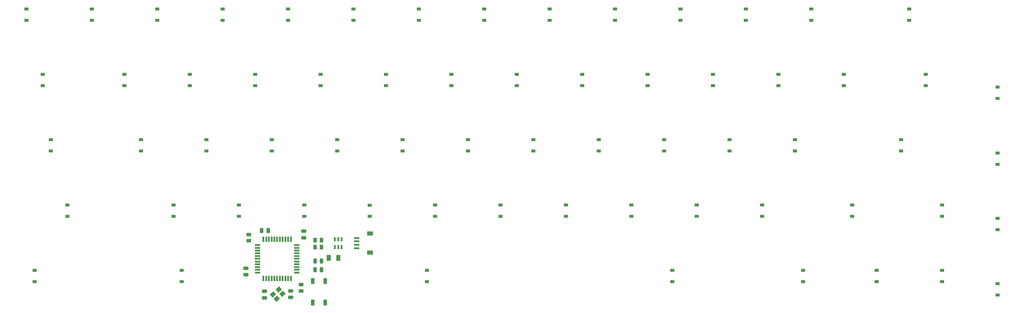
<source format=gbr>
G04 #@! TF.GenerationSoftware,KiCad,Pcbnew,(6.0.1)*
G04 #@! TF.CreationDate,2022-06-09T20:43:53-07:00*
G04 #@! TF.ProjectId,artemis-65,61727465-6d69-4732-9d36-352e6b696361,rev?*
G04 #@! TF.SameCoordinates,Original*
G04 #@! TF.FileFunction,Paste,Bot*
G04 #@! TF.FilePolarity,Positive*
%FSLAX46Y46*%
G04 Gerber Fmt 4.6, Leading zero omitted, Abs format (unit mm)*
G04 Created by KiCad (PCBNEW (6.0.1)) date 2022-06-09 20:43:53*
%MOMM*%
%LPD*%
G01*
G04 APERTURE LIST*
G04 Aperture macros list*
%AMRoundRect*
0 Rectangle with rounded corners*
0 $1 Rounding radius*
0 $2 $3 $4 $5 $6 $7 $8 $9 X,Y pos of 4 corners*
0 Add a 4 corners polygon primitive as box body*
4,1,4,$2,$3,$4,$5,$6,$7,$8,$9,$2,$3,0*
0 Add four circle primitives for the rounded corners*
1,1,$1+$1,$2,$3*
1,1,$1+$1,$4,$5*
1,1,$1+$1,$6,$7*
1,1,$1+$1,$8,$9*
0 Add four rect primitives between the rounded corners*
20,1,$1+$1,$2,$3,$4,$5,0*
20,1,$1+$1,$4,$5,$6,$7,0*
20,1,$1+$1,$6,$7,$8,$9,0*
20,1,$1+$1,$8,$9,$2,$3,0*%
%AMRotRect*
0 Rectangle, with rotation*
0 The origin of the aperture is its center*
0 $1 length*
0 $2 width*
0 $3 Rotation angle, in degrees counterclockwise*
0 Add horizontal line*
21,1,$1,$2,0,0,$3*%
G04 Aperture macros list end*
%ADD10R,1.200000X0.900000*%
%ADD11RoundRect,0.250000X0.475000X-0.250000X0.475000X0.250000X-0.475000X0.250000X-0.475000X-0.250000X0*%
%ADD12RoundRect,0.250000X0.450000X-0.262500X0.450000X0.262500X-0.450000X0.262500X-0.450000X-0.262500X0*%
%ADD13R,1.100000X1.800000*%
%ADD14RoundRect,0.083750X0.186250X-0.512500X0.186250X0.512500X-0.186250X0.512500X-0.186250X-0.512500X0*%
%ADD15R,1.500000X0.550000*%
%ADD16R,0.550000X1.500000*%
%ADD17RotRect,1.400000X1.200000X40.000000*%
%ADD18RoundRect,0.250000X0.250000X0.475000X-0.250000X0.475000X-0.250000X-0.475000X0.250000X-0.475000X0*%
%ADD19RoundRect,0.250000X0.262500X0.450000X-0.262500X0.450000X-0.262500X-0.450000X0.262500X-0.450000X0*%
%ADD20RoundRect,0.250000X0.375000X0.625000X-0.375000X0.625000X-0.375000X-0.625000X0.375000X-0.625000X0*%
%ADD21RoundRect,0.250000X-0.250000X-0.475000X0.250000X-0.475000X0.250000X0.475000X-0.250000X0.475000X0*%
%ADD22RoundRect,0.250000X-0.475000X0.250000X-0.475000X-0.250000X0.475000X-0.250000X0.475000X0.250000X0*%
%ADD23R,1.800000X1.200000*%
%ADD24R,1.550000X0.600000*%
G04 APERTURE END LIST*
D10*
X280193750Y-46893750D03*
X280193750Y-43593750D03*
X103981250Y-46893750D03*
X103981250Y-43593750D03*
X89693750Y-65943750D03*
X89693750Y-62643750D03*
X20637500Y-104043750D03*
X20637500Y-100743750D03*
X284956250Y-104043750D03*
X284956250Y-100743750D03*
X134937500Y-104043750D03*
X134937500Y-100743750D03*
D11*
X99060000Y-91247000D03*
X99060000Y-89347000D03*
D10*
X56356250Y-27843750D03*
X56356250Y-24543750D03*
X156368750Y-84993750D03*
X156368750Y-81693750D03*
X84931250Y-46893750D03*
X84931250Y-43593750D03*
D12*
X98298000Y-106779700D03*
X98298000Y-104954700D03*
D10*
X25400000Y-65943750D03*
X25400000Y-62643750D03*
X208756250Y-27843750D03*
X208756250Y-24543750D03*
D13*
X105329600Y-110135600D03*
X101629600Y-103935600D03*
X101629600Y-110135600D03*
X105329600Y-103935600D03*
D10*
X175418750Y-84993750D03*
X175418750Y-81693750D03*
D11*
X95250000Y-108646000D03*
X95250000Y-106746000D03*
D14*
X110017600Y-93974500D03*
X109067600Y-93974500D03*
X108117600Y-93974500D03*
X108117600Y-91699500D03*
X109067600Y-91699500D03*
X110017600Y-91699500D03*
D10*
X265906250Y-104043750D03*
X265906250Y-100743750D03*
X237331250Y-46893750D03*
X237331250Y-43593750D03*
X113506250Y-27843750D03*
X113506250Y-24543750D03*
X232568750Y-84993750D03*
X232568750Y-81693750D03*
X258762500Y-84993750D03*
X258762500Y-81693750D03*
X142081250Y-46893750D03*
X142081250Y-43593750D03*
X61118750Y-84993750D03*
X61118750Y-81693750D03*
X256381250Y-46893750D03*
X256381250Y-43593750D03*
D15*
X96981250Y-93409000D03*
X96981250Y-94209000D03*
X96981250Y-95009000D03*
X96981250Y-95809000D03*
X96981250Y-96609000D03*
X96981250Y-97409000D03*
X96981250Y-98209000D03*
X96981250Y-99009000D03*
X96981250Y-99809000D03*
X96981250Y-100609000D03*
X96981250Y-101409000D03*
D16*
X95281250Y-103109000D03*
X94481250Y-103109000D03*
X93681250Y-103109000D03*
X92881250Y-103109000D03*
X92081250Y-103109000D03*
X91281250Y-103109000D03*
X90481250Y-103109000D03*
X89681250Y-103109000D03*
X88881250Y-103109000D03*
X88081250Y-103109000D03*
X87281250Y-103109000D03*
D15*
X85581250Y-101409000D03*
X85581250Y-100609000D03*
X85581250Y-99809000D03*
X85581250Y-99009000D03*
X85581250Y-98209000D03*
X85581250Y-97409000D03*
X85581250Y-96609000D03*
X85581250Y-95809000D03*
X85581250Y-95009000D03*
X85581250Y-94209000D03*
X85581250Y-93409000D03*
D16*
X87281250Y-91709000D03*
X88081250Y-91709000D03*
X88881250Y-91709000D03*
X89681250Y-91709000D03*
X90481250Y-91709000D03*
X91281250Y-91709000D03*
X92081250Y-91709000D03*
X92881250Y-91709000D03*
X93681250Y-91709000D03*
X94481250Y-91709000D03*
X95281250Y-91709000D03*
D10*
X165893750Y-65943750D03*
X165893750Y-62643750D03*
X151606250Y-27843750D03*
X151606250Y-24543750D03*
X189706250Y-27843750D03*
X189706250Y-24543750D03*
X123031250Y-46893750D03*
X123031250Y-43593750D03*
X108743750Y-65943750D03*
X108743750Y-62643750D03*
X275431250Y-27843750D03*
X275431250Y-24543750D03*
D17*
X90050982Y-107751929D03*
X91736279Y-106337796D03*
X92829018Y-107640071D03*
X91143721Y-109054204D03*
D10*
X213518750Y-84993750D03*
X213518750Y-81693750D03*
X180181250Y-46893750D03*
X180181250Y-43593750D03*
X273050000Y-65943750D03*
X273050000Y-62643750D03*
X37306250Y-27843750D03*
X37306250Y-24543750D03*
X206375000Y-104043750D03*
X206375000Y-100743750D03*
X203993750Y-65943750D03*
X203993750Y-62643750D03*
X18256250Y-27843750D03*
X18256250Y-24543750D03*
X170656250Y-27843750D03*
X170656250Y-24543750D03*
X246856250Y-27843750D03*
X246856250Y-24543750D03*
X301117000Y-50672000D03*
X301117000Y-47372000D03*
X227806250Y-27843750D03*
X227806250Y-24543750D03*
X146843750Y-65943750D03*
X146843750Y-62643750D03*
D12*
X83058000Y-92149300D03*
X83058000Y-90324300D03*
D10*
X301117000Y-69849000D03*
X301117000Y-66549000D03*
X244475000Y-104043750D03*
X244475000Y-100743750D03*
D11*
X87630000Y-108773000D03*
X87630000Y-106873000D03*
D10*
X161131250Y-46893750D03*
X161131250Y-43593750D03*
X99218750Y-84993750D03*
X99218750Y-81693750D03*
X301117000Y-88899000D03*
X301117000Y-85599000D03*
X70643750Y-65943750D03*
X70643750Y-62643750D03*
X284956250Y-84993750D03*
X284956250Y-81693750D03*
X301117000Y-107949000D03*
X301117000Y-104649000D03*
X132556250Y-27843750D03*
X132556250Y-24543750D03*
X137318750Y-84993750D03*
X137318750Y-81693750D03*
X65881250Y-46893750D03*
X65881250Y-43593750D03*
X23018750Y-46893750D03*
X23018750Y-43593750D03*
X223043750Y-65943750D03*
X223043750Y-62643750D03*
X30162500Y-84993750D03*
X30162500Y-81693750D03*
D18*
X104201000Y-98044000D03*
X102301000Y-98044000D03*
D10*
X218281250Y-46893750D03*
X218281250Y-43593750D03*
D19*
X104163500Y-93980000D03*
X102338500Y-93980000D03*
D10*
X46831250Y-46893750D03*
X46831250Y-43593750D03*
X184943750Y-65943750D03*
X184943750Y-62643750D03*
X242093750Y-65943750D03*
X242093750Y-62643750D03*
X80168750Y-84993750D03*
X80168750Y-81693750D03*
D20*
X109096000Y-97155000D03*
X106296000Y-97155000D03*
D10*
X75406250Y-27843750D03*
X75406250Y-24543750D03*
D21*
X102301000Y-100584000D03*
X104201000Y-100584000D03*
D10*
X118268750Y-85056250D03*
X118268750Y-81756250D03*
X127793750Y-65943750D03*
X127793750Y-62643750D03*
D22*
X82143600Y-100142000D03*
X82143600Y-102042000D03*
D10*
X94456250Y-27843750D03*
X94456250Y-24543750D03*
X63500000Y-104043750D03*
X63500000Y-100743750D03*
X194468750Y-84993750D03*
X194468750Y-81693750D03*
X51593750Y-65943750D03*
X51593750Y-62643750D03*
D21*
X86781600Y-89154000D03*
X88681600Y-89154000D03*
D23*
X118336000Y-90037000D03*
X118336000Y-95637000D03*
D24*
X114461000Y-91337000D03*
X114461000Y-92337000D03*
X114461000Y-93337000D03*
X114461000Y-94337000D03*
D10*
X199231250Y-46893750D03*
X199231250Y-43593750D03*
D19*
X104163500Y-91948000D03*
X102338500Y-91948000D03*
M02*

</source>
